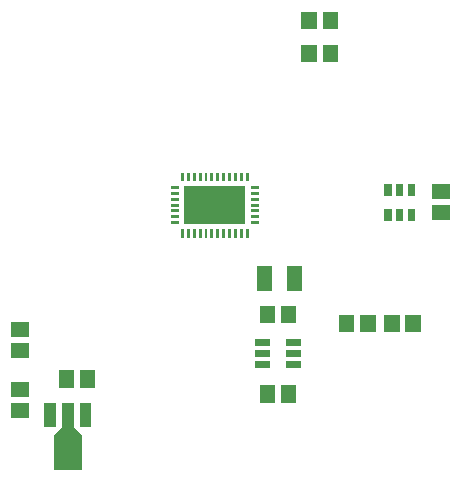
<source format=gbr>
G04 start of page 9 for group -4015 idx -4015 *
G04 Title: (unknown), toppaste *
G04 Creator: pcb 20110918 *
G04 CreationDate: Sat 02 Feb 2013 08:58:03 PM GMT UTC *
G04 For: petersen *
G04 Format: Gerber/RS-274X *
G04 PCB-Dimensions: 210000 270000 *
G04 PCB-Coordinate-Origin: lower left *
%MOIN*%
%FSLAX25Y25*%
%LNTOPPASTE*%
%ADD73R,0.0244X0.0244*%
%ADD72R,0.0490X0.0490*%
%ADD71R,0.1240X0.1240*%
%ADD70R,0.0098X0.0098*%
%ADD69C,0.0001*%
%ADD68R,0.0945X0.0945*%
%ADD67R,0.0378X0.0378*%
%ADD66R,0.0512X0.0512*%
%ADD65R,0.0240X0.0240*%
G54D65*X165500Y165800D02*Y164200D01*
X161600Y165800D02*Y164200D01*
X157700Y165800D02*Y164200D01*
Y157600D02*Y156000D01*
X161600Y157600D02*Y156000D01*
X165500Y157600D02*Y156000D01*
G54D66*X57543Y102393D02*Y101607D01*
X50457Y102393D02*Y101607D01*
X34607Y98543D02*X35393D01*
X34607Y91457D02*X35393D01*
G54D67*X56906Y91989D02*Y87895D01*
X51000Y91989D02*Y80179D01*
G54D68*Y78445D02*Y76555D01*
G54D69*G36*
X52885Y86010D02*X55725Y83170D01*
X54305Y81750D01*
X51465Y84590D01*
X52885Y86010D01*
G37*
G36*
X46275Y83170D02*X49115Y86010D01*
X50535Y84590D01*
X47695Y81750D01*
X46275Y83170D01*
G37*
G54D67*X45094Y91989D02*Y87895D01*
G54D70*X110827Y170335D02*Y168563D01*
X108858Y170335D02*Y168563D01*
X106890Y170335D02*Y168563D01*
X104921Y170335D02*Y168563D01*
X102953Y170335D02*Y168563D01*
X100984Y170335D02*Y168563D01*
X99016Y170335D02*Y168563D01*
X97047Y170335D02*Y168563D01*
X95079Y170335D02*Y168563D01*
X93110Y170335D02*Y168563D01*
X91142Y170335D02*Y168563D01*
X89173Y170335D02*Y168563D01*
X85728Y165906D02*X87500D01*
X85728Y163937D02*X87500D01*
X85728Y161969D02*X87500D01*
X85728Y160000D02*X87500D01*
X85728Y158031D02*X87500D01*
X85728Y156063D02*X87500D01*
X85728Y154094D02*X87500D01*
X89173Y151437D02*Y149665D01*
X91142Y151437D02*Y149665D01*
X93110Y151437D02*Y149665D01*
X95079Y151437D02*Y149665D01*
X97047Y151437D02*Y149665D01*
X99016Y151437D02*Y149665D01*
X100984Y151437D02*Y149665D01*
X102953Y151437D02*Y149665D01*
X104921Y151437D02*Y149665D01*
X106890Y151437D02*Y149665D01*
X108858Y151437D02*Y149665D01*
X110827Y151437D02*Y149665D01*
X112500Y154094D02*X114272D01*
X112500Y156063D02*X114272D01*
X112500Y158031D02*X114272D01*
X112500Y160000D02*X114272D01*
X112500Y161969D02*X114272D01*
X112500Y163937D02*X114272D01*
X112500Y165906D02*X114272D01*
G54D71*X96062Y160000D02*X103938D01*
G54D66*X34607Y111414D02*X35393D01*
X34607Y118500D02*X35393D01*
X138457Y221893D02*Y221107D01*
X131371Y221893D02*Y221107D01*
X138500Y210893D02*Y210107D01*
X131414Y210893D02*Y210107D01*
X166086Y120893D02*Y120107D01*
X159000Y120893D02*Y120107D01*
X143957Y120893D02*Y120107D01*
X151043Y120893D02*Y120107D01*
G54D72*X116500Y137300D02*Y133700D01*
X126500Y137300D02*Y133700D01*
G54D66*X117457Y123893D02*Y123107D01*
X124543Y123893D02*Y123107D01*
G54D73*X124976Y106760D02*X127339D01*
X124976Y110500D02*X127339D01*
X124976Y114240D02*X127339D01*
X114661D02*X117024D01*
X114661Y110500D02*X117024D01*
X114661Y106760D02*X117024D01*
G54D66*X117457Y97393D02*Y96607D01*
X124543Y97393D02*Y96607D01*
X175107Y157457D02*X175893D01*
X175107Y164543D02*X175893D01*
M02*

</source>
